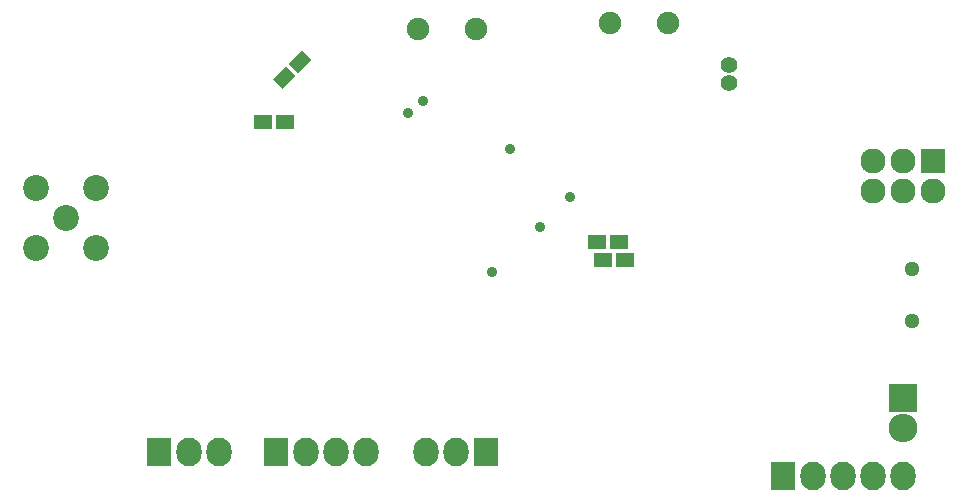
<source format=gbr>
G04 #@! TF.FileFunction,Soldermask,Bot*
%FSLAX46Y46*%
G04 Gerber Fmt 4.6, Leading zero omitted, Abs format (unit mm)*
G04 Created by KiCad (PCBNEW 4.0.4-stable) date 11/24/16 17:28:53*
%MOMM*%
%LPD*%
G01*
G04 APERTURE LIST*
%ADD10C,0.150000*%
%ADD11C,1.299160*%
%ADD12C,2.198320*%
%ADD13C,2.195780*%
%ADD14R,2.127200X2.127200*%
%ADD15O,2.127200X2.127200*%
%ADD16C,1.400760*%
%ADD17R,1.600000X1.150000*%
%ADD18R,2.432000X2.432000*%
%ADD19O,2.432000X2.432000*%
%ADD20R,2.127200X2.432000*%
%ADD21O,2.127200X2.432000*%
%ADD22C,1.901140*%
%ADD23C,0.900000*%
G04 APERTURE END LIST*
D10*
D11*
X182626000Y-105999280D03*
X182626000Y-101600000D03*
D12*
X110998000Y-97282000D03*
D13*
X113538000Y-94742000D03*
X108458000Y-94742000D03*
X108458000Y-99822000D03*
X113538000Y-99822000D03*
D14*
X184404000Y-92456000D03*
D15*
X184404000Y-94996000D03*
X181864000Y-92456000D03*
X181864000Y-94996000D03*
X179324000Y-92456000D03*
X179324000Y-94996000D03*
D16*
X167132000Y-84340700D03*
X167132000Y-85839300D03*
D17*
X155956000Y-99314000D03*
X157856000Y-99314000D03*
X158364000Y-100838000D03*
X156464000Y-100838000D03*
D18*
X181864000Y-112522000D03*
D19*
X181864000Y-115062000D03*
D20*
X171704000Y-119126000D03*
D21*
X174244000Y-119126000D03*
X176784000Y-119126000D03*
X179324000Y-119126000D03*
X181864000Y-119126000D03*
D22*
X157071060Y-80772000D03*
X161952940Y-80772000D03*
X140815060Y-81280000D03*
X145696940Y-81280000D03*
D17*
X129540000Y-89154000D03*
X127640000Y-89154000D03*
D10*
G36*
X129307399Y-86389774D02*
X128494226Y-85576601D01*
X129625597Y-84445230D01*
X130438770Y-85258403D01*
X129307399Y-86389774D01*
X129307399Y-86389774D01*
G37*
G36*
X130650901Y-85046272D02*
X129837728Y-84233099D01*
X130969099Y-83101728D01*
X131782272Y-83914901D01*
X130650901Y-85046272D01*
X130650901Y-85046272D01*
G37*
D20*
X118872000Y-117094000D03*
D21*
X121412000Y-117094000D03*
X123952000Y-117094000D03*
D20*
X128778000Y-117094000D03*
D21*
X131318000Y-117094000D03*
X133858000Y-117094000D03*
X136398000Y-117094000D03*
D20*
X146558000Y-117094000D03*
D21*
X144018000Y-117094000D03*
X141478000Y-117094000D03*
D23*
X141224000Y-87376000D03*
X139954000Y-88392000D03*
X147066000Y-101854000D03*
X148590000Y-91440000D03*
X151130000Y-98044000D03*
X153670000Y-95504000D03*
M02*

</source>
